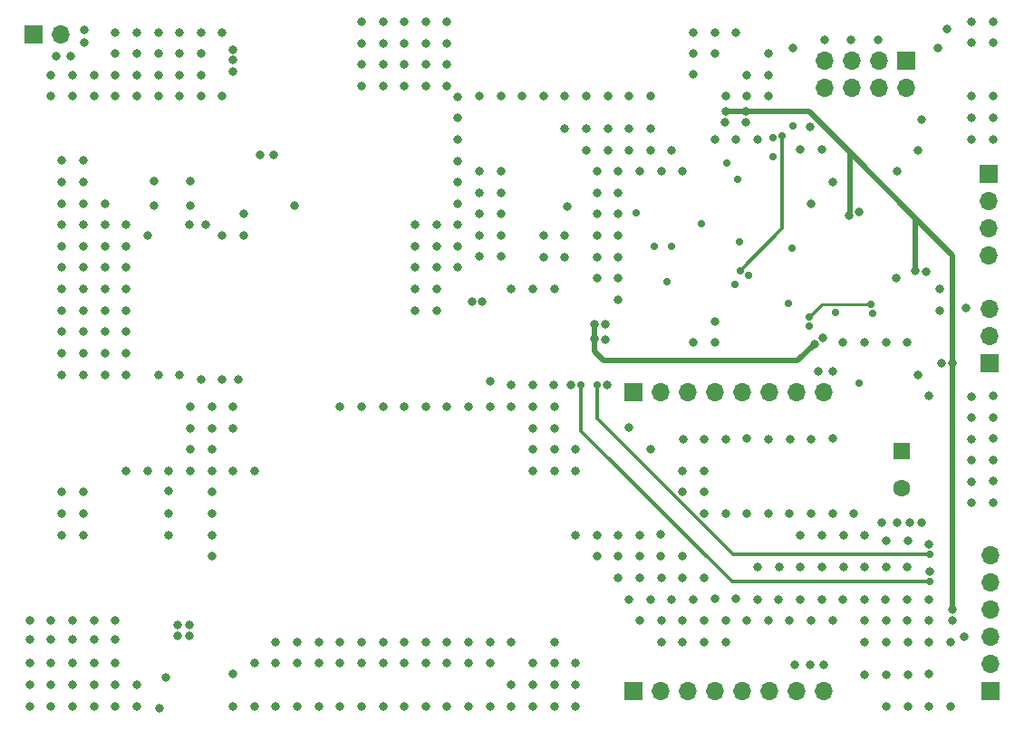
<source format=gbr>
%TF.GenerationSoftware,KiCad,Pcbnew,(6.0.8)*%
%TF.CreationDate,2022-12-06T21:08:53-08:00*%
%TF.ProjectId,motor_controller,6d6f746f-725f-4636-9f6e-74726f6c6c65,B1 (HULA) v0.2*%
%TF.SameCoordinates,Original*%
%TF.FileFunction,Copper,L4,Bot*%
%TF.FilePolarity,Positive*%
%FSLAX46Y46*%
G04 Gerber Fmt 4.6, Leading zero omitted, Abs format (unit mm)*
G04 Created by KiCad (PCBNEW (6.0.8)) date 2022-12-06 21:08:53*
%MOMM*%
%LPD*%
G01*
G04 APERTURE LIST*
%TA.AperFunction,ComponentPad*%
%ADD10R,1.700000X1.700000*%
%TD*%
%TA.AperFunction,ComponentPad*%
%ADD11O,1.700000X1.700000*%
%TD*%
%TA.AperFunction,ComponentPad*%
%ADD12R,1.600000X1.600000*%
%TD*%
%TA.AperFunction,ComponentPad*%
%ADD13C,1.600000*%
%TD*%
%TA.AperFunction,ViaPad*%
%ADD14C,0.800000*%
%TD*%
%TA.AperFunction,ViaPad*%
%ADD15C,0.700000*%
%TD*%
%TA.AperFunction,Conductor*%
%ADD16C,0.300000*%
%TD*%
%TA.AperFunction,Conductor*%
%ADD17C,0.293370*%
%TD*%
%TA.AperFunction,Conductor*%
%ADD18C,0.500000*%
%TD*%
G04 APERTURE END LIST*
D10*
%TO.P,J501,1,Pin_1*%
%TO.N,/(5) Motor Driver/VM*%
X135440000Y-88640000D03*
D11*
%TO.P,J501,2,Pin_2*%
%TO.N,ACTUATOR_POWER_FLAG*%
X137980000Y-88640000D03*
%TO.P,J501,3,Pin_3*%
%TO.N,unconnected-(J501-Pad3)*%
X140520000Y-88640000D03*
%TO.P,J501,4,Pin_4*%
%TO.N,~{FLT}*%
X143060000Y-88640000D03*
%TO.P,J501,5,Pin_5*%
%TO.N,~{SLP}*%
X145600000Y-88640000D03*
%TO.P,J501,6,Pin_6*%
%TO.N,PWM*%
X148140000Y-88640000D03*
%TO.P,J501,7,Pin_7*%
%TO.N,DIR*%
X150680000Y-88640000D03*
%TO.P,J501,8,Pin_8*%
%TO.N,GND*%
X153220000Y-88640000D03*
%TD*%
D10*
%TO.P,J201,1,Pin_1*%
%TO.N,/(2) Power Supply/POWER_BUS*%
X79350000Y-55175000D03*
D11*
%TO.P,J201,2,Pin_2*%
%TO.N,GND*%
X81890000Y-55175000D03*
%TD*%
D10*
%TO.P,J601,1,Pin_1*%
%TO.N,CAN_TX*%
X168625000Y-68200000D03*
D11*
%TO.P,J601,2,Pin_2*%
%TO.N,CAN_RX*%
X168625000Y-70740000D03*
%TO.P,J601,3,Pin_3*%
%TO.N,I2C_SDA*%
X168625000Y-73280000D03*
%TO.P,J601,4,Pin_4*%
%TO.N,I2C_SCL*%
X168625000Y-75820000D03*
%TD*%
D12*
%TO.P,C501,1*%
%TO.N,/(5) Motor Driver/VM*%
X160500000Y-94147349D03*
D13*
%TO.P,C501,2*%
%TO.N,GND*%
X160500000Y-97647349D03*
%TD*%
D10*
%TO.P,J603,1,Pin_1*%
%TO.N,+3V3*%
X160890000Y-57650000D03*
D11*
%TO.P,J603,2,Pin_2*%
%TO.N,/(6) Peripherals/DIO*%
X160890000Y-60190000D03*
%TO.P,J603,3,Pin_3*%
%TO.N,GND*%
X158350000Y-57650000D03*
%TO.P,J603,4,Pin_4*%
%TO.N,/(6) Peripherals/SCLK*%
X158350000Y-60190000D03*
%TO.P,J603,5,Pin_5*%
%TO.N,GND*%
X155810000Y-57650000D03*
%TO.P,J603,6,Pin_6*%
%TO.N,/(6) Peripherals/SWO*%
X155810000Y-60190000D03*
%TO.P,J603,7,Pin_7*%
%TO.N,GND*%
X153270000Y-57650000D03*
%TO.P,J603,8,Pin_8*%
%TO.N,/(6) Peripherals/RST*%
X153270000Y-60190000D03*
%TD*%
D10*
%TO.P,J502,1,Pin_1*%
%TO.N,+12V*%
X135440000Y-116560000D03*
D11*
%TO.P,J502,2,Pin_2*%
X137980000Y-116560000D03*
%TO.P,J502,3,Pin_3*%
%TO.N,PWR_MOTOR_P*%
X140520000Y-116560000D03*
%TO.P,J502,4,Pin_4*%
X143060000Y-116560000D03*
%TO.P,J502,5,Pin_5*%
%TO.N,PWR_MOTOR_N*%
X145600000Y-116560000D03*
%TO.P,J502,6,Pin_6*%
X148140000Y-116560000D03*
%TO.P,J502,7,Pin_7*%
%TO.N,GND*%
X150680000Y-116560000D03*
%TO.P,J502,8,Pin_8*%
X153220000Y-116560000D03*
%TD*%
D10*
%TO.P,J503,1,Pin_1*%
%TO.N,PWR_MOTOR_P*%
X168800000Y-116550000D03*
D11*
%TO.P,J503,2,Pin_2*%
%TO.N,PWR_MOTOR_N*%
X168800000Y-114010000D03*
%TO.P,J503,3,Pin_3*%
%TO.N,GND*%
X168800000Y-111470000D03*
%TO.P,J503,4,Pin_4*%
%TO.N,+3V3*%
X168800000Y-108930000D03*
%TO.P,J503,5,Pin_5*%
%TO.N,ENC_A*%
X168800000Y-106390000D03*
%TO.P,J503,6,Pin_6*%
%TO.N,ENC_B*%
X168800000Y-103850000D03*
%TD*%
D10*
%TO.P,J602,1,Pin_1*%
%TO.N,+3V3*%
X168675000Y-85925000D03*
D11*
%TO.P,J602,2,Pin_2*%
%TO.N,SW_LIMIT*%
X168675000Y-83385000D03*
%TO.P,J602,3,Pin_3*%
%TO.N,GND*%
X168675000Y-80845000D03*
%TD*%
D14*
%TO.N,GND*%
X110000000Y-114000000D03*
X115000000Y-73019721D03*
X168981284Y-89018716D03*
X100000000Y-118000000D03*
X136000000Y-68000000D03*
X146000000Y-61000000D03*
X146990089Y-107993862D03*
X169018716Y-94981284D03*
X157000000Y-102000000D03*
X85000000Y-111800000D03*
X125000000Y-61000000D03*
X86000000Y-77000000D03*
X134000000Y-106000000D03*
X115000000Y-79019721D03*
X148983247Y-107993862D03*
X112000000Y-90000000D03*
X155000000Y-108000000D03*
D15*
X148421781Y-64894516D03*
D14*
X116000000Y-60000000D03*
X96000000Y-94000000D03*
X84019721Y-85000000D03*
X128000000Y-90000000D03*
X134000000Y-104000000D03*
X151900000Y-114100000D03*
X117000000Y-73019721D03*
X98000000Y-58700000D03*
X139989032Y-97968154D03*
X112000000Y-56019721D03*
X87000000Y-57000000D03*
X91000000Y-55000000D03*
X87000000Y-116000000D03*
X81000000Y-110000000D03*
X100500000Y-66500000D03*
X169018716Y-96981284D03*
X88000000Y-81000000D03*
X87000000Y-59000000D03*
X132000000Y-76000000D03*
X145895598Y-63424070D03*
X152700000Y-86700000D03*
X124000000Y-90000000D03*
X150976404Y-107993862D03*
X123000000Y-71980279D03*
X84000000Y-75000000D03*
X127000000Y-74019721D03*
D15*
X144100000Y-67200000D03*
D14*
X155750000Y-55750000D03*
X81000000Y-61000000D03*
X150996931Y-65981284D03*
X98000000Y-92000000D03*
X148000000Y-110000000D03*
X84100000Y-56000000D03*
X116000000Y-114000000D03*
X108000000Y-112000000D03*
X152000000Y-71000000D03*
X87000000Y-118000000D03*
X97000000Y-87500000D03*
X133000000Y-66000000D03*
X120000000Y-90000000D03*
D15*
X138525000Y-78275000D03*
D14*
X153018716Y-105018716D03*
X112000000Y-54000000D03*
X130000000Y-118000000D03*
X128000000Y-94000000D03*
X110000000Y-54000000D03*
X157018716Y-105018716D03*
X141000000Y-108000000D03*
X106000000Y-118000000D03*
X82019721Y-81000000D03*
X160998339Y-107993862D03*
X132774070Y-82304402D03*
X127000000Y-76000000D03*
X161018716Y-118018716D03*
X167018716Y-98981284D03*
X121000000Y-61000000D03*
X142000000Y-110000000D03*
X141968154Y-99989384D03*
X117000000Y-79019721D03*
X162749070Y-77354402D03*
X86019721Y-83000000D03*
X140989384Y-54997484D03*
X93000000Y-55000000D03*
X147988831Y-56981284D03*
X126000000Y-118000000D03*
X121000000Y-68019721D03*
X116000000Y-118000000D03*
X122000000Y-112000000D03*
X124000000Y-118000000D03*
X120300000Y-80200000D03*
X123000000Y-61000000D03*
X94000000Y-92000000D03*
X121000000Y-71980279D03*
D15*
X135674100Y-71850000D03*
D14*
X169000000Y-63000000D03*
X118000000Y-58000000D03*
X136000000Y-102000000D03*
X154000000Y-100000000D03*
X86019721Y-81000000D03*
X84000000Y-100000000D03*
D15*
X145125000Y-68725000D03*
D14*
X158250000Y-55750000D03*
X92000000Y-102000000D03*
X94000000Y-71200000D03*
X143945725Y-63416107D03*
X93900000Y-110375000D03*
X157000000Y-110000000D03*
X138000000Y-68000000D03*
X129000000Y-74019721D03*
X84000000Y-67000000D03*
X97000000Y-74000000D03*
X92800000Y-110375000D03*
X91019721Y-87000000D03*
X89000000Y-61000000D03*
D15*
X150300000Y-63750000D03*
D14*
X126000000Y-79000000D03*
X164225497Y-85900000D03*
X87000000Y-55000000D03*
X83000000Y-114000000D03*
X91000000Y-61000000D03*
X110000000Y-112000000D03*
D15*
X145350000Y-74600000D03*
D14*
X108000000Y-114000000D03*
X165200000Y-109999503D03*
X141000000Y-84000000D03*
X86019721Y-79000000D03*
X152000000Y-110000000D03*
X152999446Y-65981284D03*
X88000000Y-85000000D03*
X166300000Y-111500000D03*
X88000000Y-83000000D03*
X140018716Y-93018716D03*
X97000000Y-61000000D03*
X81000000Y-59000000D03*
X151000000Y-105000000D03*
X116000000Y-58000000D03*
X102000000Y-118000000D03*
X84100000Y-54800000D03*
X160000000Y-68000000D03*
X128000000Y-118000000D03*
X123000000Y-74000000D03*
X115000000Y-77000000D03*
X102000000Y-112000000D03*
X86000000Y-73000000D03*
X137000000Y-108000000D03*
X83000000Y-59000000D03*
X139943854Y-103979473D03*
D15*
X148400000Y-66600000D03*
D14*
X126000000Y-92000000D03*
X82019721Y-83000000D03*
X96000000Y-104000000D03*
X85000000Y-116000000D03*
X152000000Y-100000000D03*
X132770398Y-83715491D03*
X143997484Y-60984353D03*
D15*
X146142917Y-77745944D03*
D14*
X92000000Y-100000000D03*
X84019721Y-79000000D03*
X122000000Y-87600000D03*
X130000000Y-94000000D03*
X95019721Y-87500000D03*
X134983800Y-91981284D03*
X94000000Y-90000000D03*
X167000000Y-95000000D03*
X161018716Y-115018716D03*
X150018716Y-93018716D03*
X82000000Y-69000000D03*
X144000000Y-112000000D03*
X89000000Y-116000000D03*
X118000000Y-118000000D03*
X134000000Y-68000000D03*
X120000000Y-112000000D03*
X116000000Y-89991488D03*
X84000000Y-71000000D03*
X112000000Y-58000000D03*
X104000000Y-118000000D03*
X115000000Y-81000000D03*
X86000000Y-75000000D03*
X161018716Y-112018716D03*
X117000000Y-75000000D03*
X147983800Y-60984353D03*
X166962568Y-89037432D03*
X160000000Y-100800000D03*
X88000000Y-96000000D03*
X87980279Y-74986899D03*
X90600000Y-71200000D03*
X135000000Y-66000000D03*
X148000000Y-59000000D03*
X93900000Y-73000000D03*
X82000000Y-71000000D03*
X146991900Y-64989384D03*
X142986869Y-64989384D03*
X162982229Y-102857829D03*
X156983800Y-83981284D03*
X93900000Y-111400000D03*
X79000000Y-110000000D03*
X155000000Y-84000000D03*
X95000000Y-59000000D03*
X106000000Y-112000000D03*
X167000000Y-61000000D03*
X158986315Y-83981284D03*
X129000000Y-76000000D03*
X151900000Y-63800000D03*
X79000000Y-111800000D03*
X98500000Y-87500000D03*
X114000000Y-58000000D03*
X114000000Y-118000000D03*
X138000000Y-106000000D03*
X155990441Y-99989384D03*
X118000000Y-114000000D03*
X106000000Y-114000000D03*
X126000000Y-96000000D03*
D15*
X150255000Y-75200000D03*
D14*
X114000000Y-60000000D03*
X169000000Y-54000000D03*
X122000000Y-90000000D03*
X89000000Y-59000000D03*
X87980279Y-77000000D03*
X166981284Y-91018716D03*
X138000000Y-110000000D03*
X98000000Y-115000000D03*
X117000000Y-81000000D03*
X94000000Y-68900000D03*
X161000000Y-105000000D03*
X88000000Y-79000000D03*
X162000000Y-87000000D03*
X126000000Y-114000000D03*
X84000000Y-102000000D03*
X132000000Y-102000000D03*
X150500000Y-114100000D03*
X166981284Y-93018716D03*
X134000000Y-74000000D03*
X132000000Y-104000000D03*
X139996931Y-111986315D03*
X139000000Y-66000000D03*
X95400000Y-73000000D03*
X128000000Y-79000000D03*
X153136553Y-83603023D03*
X110000000Y-58000000D03*
X144978065Y-107949992D03*
X135000000Y-108000000D03*
X148018716Y-100018716D03*
X155018716Y-102000000D03*
X85000000Y-59000000D03*
X103700000Y-71200000D03*
X123000000Y-70000000D03*
X137000000Y-64000000D03*
X95000000Y-57000000D03*
X126000000Y-88000000D03*
X119000000Y-61019721D03*
X114000000Y-89991488D03*
X132000000Y-74000000D03*
D15*
X156500000Y-87800000D03*
D14*
X112000000Y-118000000D03*
X132000000Y-68000000D03*
X124000000Y-79000000D03*
X163018716Y-89018716D03*
X149018716Y-105018716D03*
D15*
X154300000Y-81200000D03*
D14*
X93000000Y-61000000D03*
X128000000Y-96000000D03*
X83000000Y-111800000D03*
X96000000Y-90000000D03*
X100000000Y-114000000D03*
D15*
X137349100Y-75025000D03*
D14*
X152018716Y-93018716D03*
X159000000Y-105000000D03*
X91675000Y-115300000D03*
X91000000Y-59000000D03*
X142991900Y-56981284D03*
X79000000Y-114000000D03*
X87000000Y-111800000D03*
D15*
X157747877Y-81287264D03*
D14*
X94000000Y-94000000D03*
X159018716Y-118018716D03*
X118000000Y-90000000D03*
X82000000Y-77000000D03*
X158600000Y-100800000D03*
X82850000Y-57200000D03*
X143000000Y-84000000D03*
X81450000Y-57200000D03*
X118000000Y-56019721D03*
X132000000Y-72000000D03*
X87000000Y-110000000D03*
X83000000Y-118000000D03*
X110000000Y-60000000D03*
X92800000Y-111400000D03*
X116000000Y-112000000D03*
X142010263Y-97968154D03*
X132949503Y-88000000D03*
X102000000Y-114000000D03*
X154000000Y-110000000D03*
X87000000Y-61000000D03*
X96000000Y-102000000D03*
X130000000Y-116000000D03*
X126000000Y-94000000D03*
X163000000Y-110000000D03*
X155018716Y-105018716D03*
X122000000Y-114000000D03*
X134000000Y-72000000D03*
X104000000Y-114000000D03*
X126000000Y-116000000D03*
X85000000Y-61000000D03*
X163000000Y-115000000D03*
X134000000Y-78000000D03*
X123000000Y-68019721D03*
X162300000Y-63150000D03*
X163850000Y-56500000D03*
X163996931Y-78989384D03*
X141000000Y-57000000D03*
X143000000Y-55000000D03*
X156517521Y-71817345D03*
X159018716Y-102500000D03*
X79000000Y-116000000D03*
X130000000Y-114000000D03*
X81000000Y-116000000D03*
X99000000Y-74000000D03*
X122000000Y-118000000D03*
X147018716Y-105018716D03*
X98000000Y-118000000D03*
X81000000Y-111800000D03*
X153200000Y-114100000D03*
X89000000Y-55000000D03*
X145988680Y-109999295D03*
X129550497Y-88000000D03*
X92000000Y-97900000D03*
X162300000Y-100800000D03*
X114000000Y-54000000D03*
X83000000Y-61000000D03*
X161200000Y-100800000D03*
X128000000Y-92000000D03*
X81000000Y-114000000D03*
X121000000Y-70000000D03*
X93000000Y-57000000D03*
X98000000Y-96000000D03*
X144018716Y-93018716D03*
X143000000Y-82000000D03*
X104000000Y-112000000D03*
X135982542Y-103985611D03*
X157000000Y-108000000D03*
X164000000Y-81000000D03*
X99000000Y-72000000D03*
X98000000Y-57600000D03*
X123000000Y-75980279D03*
X134000000Y-80000000D03*
X169018716Y-98981284D03*
X133000000Y-64000000D03*
X161000000Y-110000000D03*
X84000000Y-98000000D03*
X165000000Y-118000000D03*
X157018716Y-112018716D03*
X87980279Y-72986899D03*
X135000000Y-61000000D03*
X137000000Y-61000000D03*
X84000000Y-73000000D03*
X97000000Y-55000000D03*
X130000000Y-102000000D03*
X150000000Y-110000000D03*
X114000000Y-56019721D03*
X159018716Y-112018716D03*
X126000000Y-90000000D03*
X110000000Y-118000000D03*
X137950696Y-101958243D03*
X167000000Y-63000000D03*
D15*
X141775000Y-72925000D03*
D14*
X119000000Y-77000000D03*
X139989032Y-95989032D03*
X89000000Y-118000000D03*
X163000000Y-112000000D03*
X87000000Y-114000000D03*
X119000000Y-73019721D03*
X150300000Y-56500000D03*
X136000000Y-106000000D03*
X169000000Y-56000000D03*
X124000000Y-112000000D03*
X118000000Y-54000000D03*
X96000000Y-98000000D03*
X124000000Y-88000000D03*
X112000000Y-60000000D03*
X151000000Y-102000000D03*
X141974291Y-105984907D03*
X159018716Y-115018716D03*
X114000000Y-114000000D03*
X140989384Y-58965085D03*
X130000000Y-96000000D03*
X83000000Y-116000000D03*
X96000000Y-100000000D03*
X101800000Y-66500000D03*
X163000000Y-108000000D03*
X163018716Y-118018716D03*
X84000000Y-77000000D03*
X86000000Y-71000000D03*
X161018716Y-102500000D03*
X82000000Y-102000000D03*
X119000000Y-75000000D03*
X93000000Y-59000000D03*
X133000000Y-61000000D03*
X82000000Y-98000000D03*
X91100000Y-118200000D03*
X157018716Y-115018716D03*
X132000000Y-78000000D03*
X159982542Y-77978769D03*
X96000000Y-96000000D03*
X142018716Y-93018716D03*
X108000000Y-118000000D03*
X165000000Y-112000000D03*
X136986315Y-93983800D03*
X153250000Y-55750000D03*
X169000000Y-91000000D03*
X164700000Y-54700000D03*
X150000000Y-100000000D03*
X161000000Y-84000000D03*
X131000000Y-64000000D03*
X88000000Y-87000000D03*
X129000000Y-61000000D03*
X90000000Y-96000000D03*
X90000000Y-74000000D03*
X95000000Y-61000000D03*
X129000000Y-64000000D03*
X141990089Y-111986315D03*
X137000000Y-66000000D03*
X162000000Y-66000000D03*
X84019721Y-81000000D03*
X85000000Y-110000000D03*
X128000000Y-116000000D03*
X135982542Y-109993157D03*
X119000000Y-67019721D03*
X129200000Y-71300000D03*
X93019721Y-87000000D03*
X121300000Y-80200000D03*
X138000000Y-112000000D03*
X167000000Y-65000000D03*
X121000000Y-74000000D03*
X141968154Y-95989032D03*
X144000000Y-110000000D03*
X134000000Y-76000000D03*
X116000000Y-54000000D03*
X131000000Y-66000000D03*
X86019721Y-85000000D03*
X119000000Y-63000000D03*
X118000000Y-112000000D03*
X98000000Y-56600000D03*
X121000000Y-75980279D03*
D15*
X144850000Y-78550000D03*
D14*
X134000000Y-102000000D03*
X86019721Y-87000000D03*
X117000000Y-77000000D03*
X96000000Y-92000000D03*
X146000000Y-93000000D03*
X145986315Y-58983800D03*
X134000000Y-70000000D03*
X142984907Y-107978065D03*
X82019721Y-79000000D03*
X85000000Y-118000000D03*
X152997635Y-107993862D03*
X120000000Y-118000000D03*
X128000000Y-112000000D03*
X153018716Y-102000000D03*
X119000000Y-71000000D03*
X112000000Y-114000000D03*
D15*
X138999100Y-75000000D03*
D14*
X124000000Y-116000000D03*
X119000000Y-69000000D03*
D15*
X149875000Y-80350000D03*
D14*
X100000000Y-96000000D03*
X82000000Y-67000000D03*
X144018716Y-100018716D03*
X154000000Y-93000000D03*
X144994415Y-54997484D03*
X140000000Y-68000000D03*
X120000000Y-114000000D03*
X167000000Y-56000000D03*
X154000000Y-86700000D03*
X166500000Y-80800000D03*
X159000000Y-110000000D03*
X115000000Y-75000000D03*
X89000000Y-57000000D03*
X110000000Y-90000000D03*
X163100000Y-105400497D03*
X131000000Y-61000000D03*
X169000000Y-65000000D03*
X127000000Y-61000000D03*
X148018716Y-93018716D03*
X146018716Y-100018716D03*
X95000000Y-55000000D03*
X81000000Y-118000000D03*
X82000000Y-73000000D03*
X108000000Y-90000000D03*
X112000000Y-112000000D03*
X114000000Y-112000000D03*
X116000000Y-56019721D03*
D15*
X151800000Y-82499503D03*
D14*
X90600000Y-68900000D03*
X139000000Y-108000000D03*
X137975700Y-103985611D03*
X169000000Y-93000000D03*
X144989384Y-64989384D03*
X135000000Y-64000000D03*
X82000000Y-75000000D03*
X127990692Y-87987523D03*
X84000000Y-69000000D03*
X128000000Y-114000000D03*
X110000000Y-56019721D03*
X82019721Y-85000000D03*
X79000000Y-118000000D03*
X94000000Y-96000000D03*
X119000000Y-65000000D03*
X132000000Y-70000000D03*
X154000000Y-69000000D03*
X85000000Y-114000000D03*
X118000000Y-60000000D03*
X91000000Y-57000000D03*
X83000000Y-110000000D03*
X167000000Y-54000000D03*
X84019721Y-83000000D03*
X98000000Y-90000000D03*
X92000000Y-96000000D03*
X158977109Y-107993862D03*
X82000000Y-100000000D03*
X84019721Y-87000000D03*
X82019721Y-87000000D03*
X140000000Y-106000000D03*
X169000000Y-61000000D03*
X167000000Y-97000000D03*
X139996931Y-109993157D03*
D15*
%TO.N,NRST*%
X149300000Y-64700000D03*
X145384621Y-77262114D03*
%TO.N,SRAM_~{CS}*%
X151800000Y-81600000D03*
X157600000Y-80400000D03*
%TO.N,ENC_A*%
X163100000Y-106350000D03*
X130500000Y-88000000D03*
%TO.N,ENC_B*%
X132000000Y-88000000D03*
X163100000Y-103800000D03*
D14*
%TO.N,+3V3*%
X165200000Y-109000000D03*
X152300000Y-84150000D03*
X144075000Y-62425000D03*
X145925000Y-62425000D03*
X161750000Y-77325000D03*
X155575000Y-72150000D03*
X165225000Y-85900000D03*
X131775000Y-83625000D03*
X131775000Y-82275000D03*
%TD*%
D16*
%TO.N,NRST*%
X149300000Y-73346735D02*
X149300000Y-64700000D01*
X145384621Y-77262114D02*
X149300000Y-73346735D01*
D17*
%TO.N,SRAM_~{CS}*%
X153000000Y-80400000D02*
X157600000Y-80400000D01*
X151800000Y-81600000D02*
X153000000Y-80400000D01*
D16*
%TO.N,ENC_A*%
X144600000Y-106350000D02*
X130500000Y-92250000D01*
X130500000Y-92250000D02*
X130500000Y-88000000D01*
X163100000Y-106350000D02*
X144600000Y-106350000D01*
%TO.N,ENC_B*%
X132000000Y-88000000D02*
X132000000Y-91081891D01*
X144718109Y-103800000D02*
X163100000Y-103800000D01*
X132000000Y-91081891D02*
X144718109Y-103800000D01*
D18*
%TO.N,+3V3*%
X155600000Y-72125000D02*
X155575000Y-72150000D01*
X161750000Y-72375000D02*
X165225000Y-75850000D01*
X131775000Y-83625000D02*
X131775000Y-82275000D01*
X155600000Y-66225000D02*
X155600000Y-72125000D01*
X165225000Y-85900000D02*
X165225000Y-108975000D01*
X132600000Y-85700000D02*
X150600000Y-85700000D01*
X145925000Y-62425000D02*
X151800000Y-62425000D01*
X131775000Y-84875000D02*
X132600000Y-85700000D01*
X144075000Y-62425000D02*
X145925000Y-62425000D01*
X150750000Y-85700000D02*
X152300000Y-84150000D01*
X165225000Y-83200000D02*
X165225000Y-85900000D01*
X131775000Y-84875000D02*
X131775000Y-83625000D01*
X165225000Y-75850000D02*
X165225000Y-83200000D01*
X150600000Y-85700000D02*
X150750000Y-85700000D01*
X165225000Y-108975000D02*
X165200000Y-109000000D01*
X151800000Y-62425000D02*
X155600000Y-66225000D01*
X161750000Y-72375000D02*
X161750000Y-77325000D01*
X155600000Y-66225000D02*
X161750000Y-72375000D01*
%TD*%
M02*

</source>
